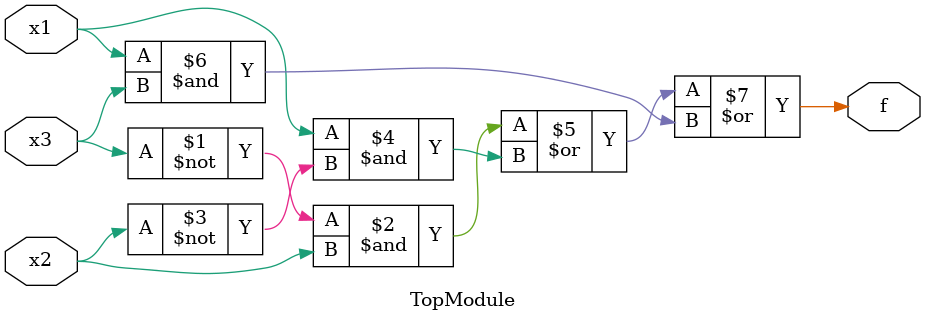
<source format=sv>

module TopModule (
  input x3,
  input x2,
  input x1,
  output f
);
assign f = (~x3 & x2) | (x1 & ~x2) | (x1 & x3);

endmodule

</source>
